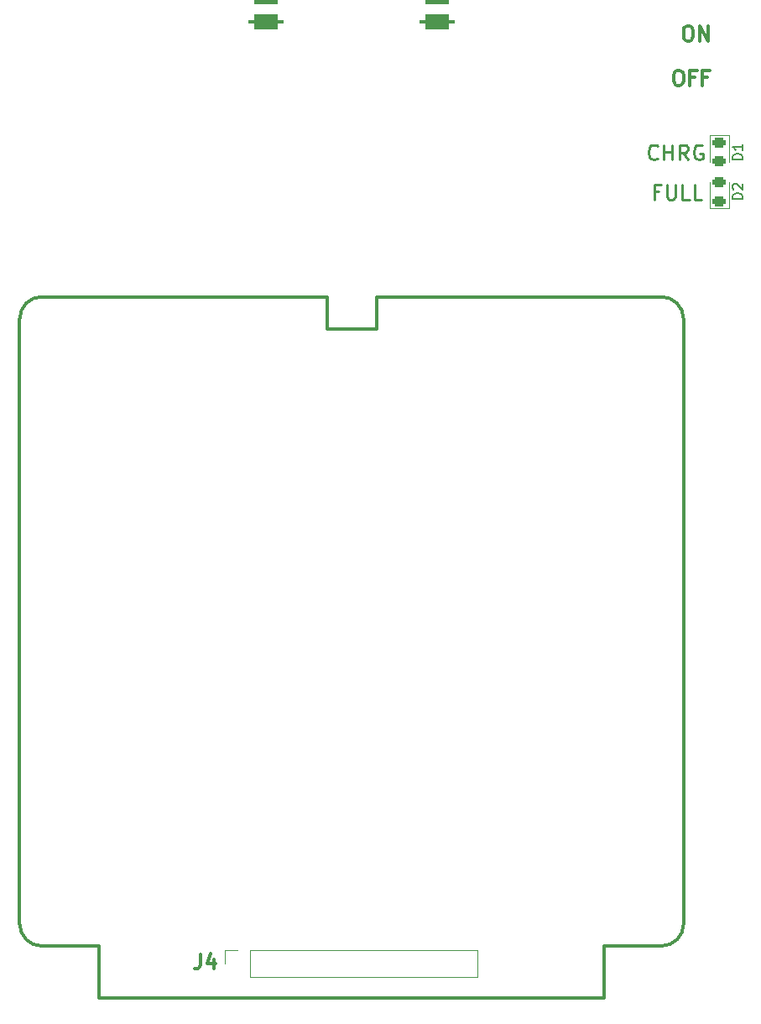
<source format=gto>
G04 #@! TF.GenerationSoftware,KiCad,Pcbnew,8.0.3*
G04 #@! TF.CreationDate,2024-06-08T17:14:39+02:00*
G04 #@! TF.ProjectId,chip8-pcb,63686970-382d-4706-9362-2e6b69636164,1*
G04 #@! TF.SameCoordinates,Original*
G04 #@! TF.FileFunction,Legend,Top*
G04 #@! TF.FilePolarity,Positive*
%FSLAX46Y46*%
G04 Gerber Fmt 4.6, Leading zero omitted, Abs format (unit mm)*
G04 Created by KiCad (PCBNEW 8.0.3) date 2024-06-08 17:14:39*
%MOMM*%
%LPD*%
G01*
G04 APERTURE LIST*
G04 Aperture macros list*
%AMRoundRect*
0 Rectangle with rounded corners*
0 $1 Rounding radius*
0 $2 $3 $4 $5 $6 $7 $8 $9 X,Y pos of 4 corners*
0 Add a 4 corners polygon primitive as box body*
4,1,4,$2,$3,$4,$5,$6,$7,$8,$9,$2,$3,0*
0 Add four circle primitives for the rounded corners*
1,1,$1+$1,$2,$3*
1,1,$1+$1,$4,$5*
1,1,$1+$1,$6,$7*
1,1,$1+$1,$8,$9*
0 Add four rect primitives between the rounded corners*
20,1,$1+$1,$2,$3,$4,$5,0*
20,1,$1+$1,$4,$5,$6,$7,0*
20,1,$1+$1,$6,$7,$8,$9,0*
20,1,$1+$1,$8,$9,$2,$3,0*%
G04 Aperture macros list end*
%ADD10C,0.300000*%
%ADD11C,0.250000*%
%ADD12C,0.150000*%
%ADD13C,0.120000*%
%ADD14C,2.700000*%
%ADD15C,2.200000*%
%ADD16R,1.700000X1.700000*%
%ADD17O,1.700000X1.700000*%
%ADD18RoundRect,0.243750X-0.456250X0.243750X-0.456250X-0.243750X0.456250X-0.243750X0.456250X0.243750X0*%
%ADD19RoundRect,0.243750X0.456250X-0.243750X0.456250X0.243750X-0.456250X0.243750X-0.456250X-0.243750X0*%
%ADD20C,0.900000*%
%ADD21RoundRect,0.600000X1.150000X0.150000X-1.150000X0.150000X-1.150000X-0.150000X1.150000X-0.150000X0*%
%ADD22RoundRect,0.600000X-1.150000X-0.150000X1.150000X-0.150000X1.150000X0.150000X-1.150000X0.150000X0*%
G04 APERTURE END LIST*
D10*
X113840225Y-67800828D02*
X114125939Y-67800828D01*
X114125939Y-67800828D02*
X114268796Y-67872257D01*
X114268796Y-67872257D02*
X114411653Y-68015114D01*
X114411653Y-68015114D02*
X114483082Y-68300828D01*
X114483082Y-68300828D02*
X114483082Y-68800828D01*
X114483082Y-68800828D02*
X114411653Y-69086542D01*
X114411653Y-69086542D02*
X114268796Y-69229400D01*
X114268796Y-69229400D02*
X114125939Y-69300828D01*
X114125939Y-69300828D02*
X113840225Y-69300828D01*
X113840225Y-69300828D02*
X113697368Y-69229400D01*
X113697368Y-69229400D02*
X113554510Y-69086542D01*
X113554510Y-69086542D02*
X113483082Y-68800828D01*
X113483082Y-68800828D02*
X113483082Y-68300828D01*
X113483082Y-68300828D02*
X113554510Y-68015114D01*
X113554510Y-68015114D02*
X113697368Y-67872257D01*
X113697368Y-67872257D02*
X113840225Y-67800828D01*
X115125939Y-69300828D02*
X115125939Y-67800828D01*
X115125939Y-67800828D02*
X115983082Y-69300828D01*
X115983082Y-69300828D02*
X115983082Y-67800828D01*
X112840225Y-72300828D02*
X113125939Y-72300828D01*
X113125939Y-72300828D02*
X113268796Y-72372257D01*
X113268796Y-72372257D02*
X113411653Y-72515114D01*
X113411653Y-72515114D02*
X113483082Y-72800828D01*
X113483082Y-72800828D02*
X113483082Y-73300828D01*
X113483082Y-73300828D02*
X113411653Y-73586542D01*
X113411653Y-73586542D02*
X113268796Y-73729400D01*
X113268796Y-73729400D02*
X113125939Y-73800828D01*
X113125939Y-73800828D02*
X112840225Y-73800828D01*
X112840225Y-73800828D02*
X112697368Y-73729400D01*
X112697368Y-73729400D02*
X112554510Y-73586542D01*
X112554510Y-73586542D02*
X112483082Y-73300828D01*
X112483082Y-73300828D02*
X112483082Y-72800828D01*
X112483082Y-72800828D02*
X112554510Y-72515114D01*
X112554510Y-72515114D02*
X112697368Y-72372257D01*
X112697368Y-72372257D02*
X112840225Y-72300828D01*
X114625939Y-73015114D02*
X114125939Y-73015114D01*
X114125939Y-73800828D02*
X114125939Y-72300828D01*
X114125939Y-72300828D02*
X114840225Y-72300828D01*
X115911653Y-73015114D02*
X115411653Y-73015114D01*
X115411653Y-73800828D02*
X115411653Y-72300828D01*
X115411653Y-72300828D02*
X116125939Y-72300828D01*
D11*
X111021615Y-84517714D02*
X110521615Y-84517714D01*
X110521615Y-85303428D02*
X110521615Y-83803428D01*
X110521615Y-83803428D02*
X111235901Y-83803428D01*
X111807329Y-83803428D02*
X111807329Y-85017714D01*
X111807329Y-85017714D02*
X111878758Y-85160571D01*
X111878758Y-85160571D02*
X111950187Y-85232000D01*
X111950187Y-85232000D02*
X112093044Y-85303428D01*
X112093044Y-85303428D02*
X112378758Y-85303428D01*
X112378758Y-85303428D02*
X112521615Y-85232000D01*
X112521615Y-85232000D02*
X112593044Y-85160571D01*
X112593044Y-85160571D02*
X112664472Y-85017714D01*
X112664472Y-85017714D02*
X112664472Y-83803428D01*
X114093044Y-85303428D02*
X113378758Y-85303428D01*
X113378758Y-85303428D02*
X113378758Y-83803428D01*
X115307330Y-85303428D02*
X114593044Y-85303428D01*
X114593044Y-85303428D02*
X114593044Y-83803428D01*
X110878758Y-81160571D02*
X110807330Y-81232000D01*
X110807330Y-81232000D02*
X110593044Y-81303428D01*
X110593044Y-81303428D02*
X110450187Y-81303428D01*
X110450187Y-81303428D02*
X110235901Y-81232000D01*
X110235901Y-81232000D02*
X110093044Y-81089142D01*
X110093044Y-81089142D02*
X110021615Y-80946285D01*
X110021615Y-80946285D02*
X109950187Y-80660571D01*
X109950187Y-80660571D02*
X109950187Y-80446285D01*
X109950187Y-80446285D02*
X110021615Y-80160571D01*
X110021615Y-80160571D02*
X110093044Y-80017714D01*
X110093044Y-80017714D02*
X110235901Y-79874857D01*
X110235901Y-79874857D02*
X110450187Y-79803428D01*
X110450187Y-79803428D02*
X110593044Y-79803428D01*
X110593044Y-79803428D02*
X110807330Y-79874857D01*
X110807330Y-79874857D02*
X110878758Y-79946285D01*
X111521615Y-81303428D02*
X111521615Y-79803428D01*
X111521615Y-80517714D02*
X112378758Y-80517714D01*
X112378758Y-81303428D02*
X112378758Y-79803428D01*
X113950187Y-81303428D02*
X113450187Y-80589142D01*
X113093044Y-81303428D02*
X113093044Y-79803428D01*
X113093044Y-79803428D02*
X113664473Y-79803428D01*
X113664473Y-79803428D02*
X113807330Y-79874857D01*
X113807330Y-79874857D02*
X113878759Y-79946285D01*
X113878759Y-79946285D02*
X113950187Y-80089142D01*
X113950187Y-80089142D02*
X113950187Y-80303428D01*
X113950187Y-80303428D02*
X113878759Y-80446285D01*
X113878759Y-80446285D02*
X113807330Y-80517714D01*
X113807330Y-80517714D02*
X113664473Y-80589142D01*
X113664473Y-80589142D02*
X113093044Y-80589142D01*
X115378759Y-79874857D02*
X115235902Y-79803428D01*
X115235902Y-79803428D02*
X115021616Y-79803428D01*
X115021616Y-79803428D02*
X114807330Y-79874857D01*
X114807330Y-79874857D02*
X114664473Y-80017714D01*
X114664473Y-80017714D02*
X114593044Y-80160571D01*
X114593044Y-80160571D02*
X114521616Y-80446285D01*
X114521616Y-80446285D02*
X114521616Y-80660571D01*
X114521616Y-80660571D02*
X114593044Y-80946285D01*
X114593044Y-80946285D02*
X114664473Y-81089142D01*
X114664473Y-81089142D02*
X114807330Y-81232000D01*
X114807330Y-81232000D02*
X115021616Y-81303428D01*
X115021616Y-81303428D02*
X115164473Y-81303428D01*
X115164473Y-81303428D02*
X115378759Y-81232000D01*
X115378759Y-81232000D02*
X115450187Y-81160571D01*
X115450187Y-81160571D02*
X115450187Y-80660571D01*
X115450187Y-80660571D02*
X115164473Y-80660571D01*
D10*
X64750000Y-161428328D02*
X64750000Y-162499757D01*
X64750000Y-162499757D02*
X64678571Y-162714042D01*
X64678571Y-162714042D02*
X64535714Y-162856900D01*
X64535714Y-162856900D02*
X64321428Y-162928328D01*
X64321428Y-162928328D02*
X64178571Y-162928328D01*
X66107143Y-161928328D02*
X66107143Y-162928328D01*
X65750000Y-161356900D02*
X65392857Y-162428328D01*
X65392857Y-162428328D02*
X66321428Y-162428328D01*
D12*
X119454819Y-81275594D02*
X118454819Y-81275594D01*
X118454819Y-81275594D02*
X118454819Y-81037499D01*
X118454819Y-81037499D02*
X118502438Y-80894642D01*
X118502438Y-80894642D02*
X118597676Y-80799404D01*
X118597676Y-80799404D02*
X118692914Y-80751785D01*
X118692914Y-80751785D02*
X118883390Y-80704166D01*
X118883390Y-80704166D02*
X119026247Y-80704166D01*
X119026247Y-80704166D02*
X119216723Y-80751785D01*
X119216723Y-80751785D02*
X119311961Y-80799404D01*
X119311961Y-80799404D02*
X119407200Y-80894642D01*
X119407200Y-80894642D02*
X119454819Y-81037499D01*
X119454819Y-81037499D02*
X119454819Y-81275594D01*
X119454819Y-79751785D02*
X119454819Y-80323213D01*
X119454819Y-80037499D02*
X118454819Y-80037499D01*
X118454819Y-80037499D02*
X118597676Y-80132737D01*
X118597676Y-80132737D02*
X118692914Y-80227975D01*
X118692914Y-80227975D02*
X118740533Y-80323213D01*
X119454819Y-85238094D02*
X118454819Y-85238094D01*
X118454819Y-85238094D02*
X118454819Y-84999999D01*
X118454819Y-84999999D02*
X118502438Y-84857142D01*
X118502438Y-84857142D02*
X118597676Y-84761904D01*
X118597676Y-84761904D02*
X118692914Y-84714285D01*
X118692914Y-84714285D02*
X118883390Y-84666666D01*
X118883390Y-84666666D02*
X119026247Y-84666666D01*
X119026247Y-84666666D02*
X119216723Y-84714285D01*
X119216723Y-84714285D02*
X119311961Y-84761904D01*
X119311961Y-84761904D02*
X119407200Y-84857142D01*
X119407200Y-84857142D02*
X119454819Y-84999999D01*
X119454819Y-84999999D02*
X119454819Y-85238094D01*
X118550057Y-84285713D02*
X118502438Y-84238094D01*
X118502438Y-84238094D02*
X118454819Y-84142856D01*
X118454819Y-84142856D02*
X118454819Y-83904761D01*
X118454819Y-83904761D02*
X118502438Y-83809523D01*
X118502438Y-83809523D02*
X118550057Y-83761904D01*
X118550057Y-83761904D02*
X118645295Y-83714285D01*
X118645295Y-83714285D02*
X118740533Y-83714285D01*
X118740533Y-83714285D02*
X118883390Y-83761904D01*
X118883390Y-83761904D02*
X119454819Y-84333332D01*
X119454819Y-84333332D02*
X119454819Y-83714285D01*
D10*
X46500000Y-97375000D02*
X46500000Y-158375000D01*
X48750000Y-160625000D02*
X54500000Y-160625000D01*
X54500000Y-160625000D02*
X54500000Y-165875000D01*
X54500000Y-165875000D02*
X105500000Y-165875000D01*
D13*
X67170000Y-161045000D02*
X68500000Y-161045000D01*
X67170000Y-162375000D02*
X67170000Y-161045000D01*
X69770000Y-161045000D02*
X92690000Y-161045000D01*
X69770000Y-163705000D02*
X69770000Y-161045000D01*
X69770000Y-163705000D02*
X92690000Y-163705000D01*
D10*
X77500000Y-95125000D02*
X48750000Y-95125000D01*
X77500000Y-95125000D02*
X77500000Y-98375000D01*
X77500000Y-98375000D02*
X82500000Y-98375000D01*
X82500000Y-95125000D02*
X82500000Y-98375000D01*
D13*
X92690000Y-163705000D02*
X92690000Y-161045000D01*
D10*
X105500000Y-160625000D02*
X105500000Y-165875000D01*
X105500000Y-160625000D02*
X111250000Y-160625000D01*
X111250000Y-95125000D02*
X82500000Y-95125000D01*
X113500000Y-158375000D02*
X113500018Y-97365990D01*
X46500000Y-97375000D02*
G75*
G02*
X48750000Y-95125000I2250000J0D01*
G01*
X48750000Y-160625000D02*
G75*
G02*
X46500000Y-158375000I0J2250000D01*
G01*
X111250000Y-95125000D02*
G75*
G02*
X113500018Y-97365990I9000J-2241000D01*
G01*
X113500000Y-158375000D02*
G75*
G02*
X111250000Y-160625000I-2250000J0D01*
G01*
D13*
X116140000Y-78852500D02*
X116140000Y-81537500D01*
X118060000Y-78852500D02*
X116140000Y-78852500D01*
X118060000Y-81537500D02*
X118060000Y-78852500D01*
X116140000Y-83537500D02*
X116140000Y-86222500D01*
X116140000Y-86222500D02*
X118060000Y-86222500D01*
X118060000Y-86222500D02*
X118060000Y-83537500D01*
%LPC*%
D14*
X45000000Y-50000000D03*
D15*
X49300000Y-157900000D03*
D14*
X115000000Y-165000000D03*
D15*
X110700000Y-97900000D03*
X110600000Y-157900000D03*
D14*
X52100000Y-56000000D03*
D16*
X68500000Y-162375000D03*
D17*
X71040000Y-162375000D03*
X73580000Y-162375000D03*
X76120000Y-162375000D03*
X78660000Y-162375000D03*
X81200000Y-162375000D03*
X83740000Y-162375000D03*
X86280000Y-162375000D03*
X88820000Y-162375000D03*
X91360000Y-162375000D03*
D18*
X117100000Y-79600000D03*
X117100000Y-81475000D03*
D14*
X115000000Y-50000000D03*
X107900000Y-88400000D03*
X52100000Y-88400000D03*
X107900000Y-56000000D03*
D19*
X117100000Y-85475000D03*
X117100000Y-83600000D03*
D14*
X45000000Y-165000000D03*
D15*
X49300000Y-97900000D03*
D16*
X59075000Y-64580000D03*
D17*
X59075000Y-67120000D03*
X59075000Y-69660000D03*
X59075000Y-72200000D03*
X59075000Y-74740000D03*
X59075000Y-77280000D03*
X59075000Y-79820000D03*
D20*
X118500000Y-67600000D03*
X118500000Y-74400000D03*
D21*
X88670000Y-47090000D03*
X88670000Y-49630000D03*
X88670000Y-52170000D03*
X88670000Y-54710000D03*
X88670000Y-57250000D03*
X88670000Y-59790000D03*
X88670000Y-62330000D03*
X88670000Y-64870000D03*
X88670000Y-67410000D03*
D22*
X71330000Y-67410000D03*
X71330000Y-64870000D03*
X71330000Y-62330000D03*
X71330000Y-59790000D03*
X71330000Y-57250000D03*
X71330000Y-54710000D03*
X71330000Y-52170000D03*
X71330000Y-49630000D03*
X71330000Y-47090000D03*
%LPD*%
M02*

</source>
